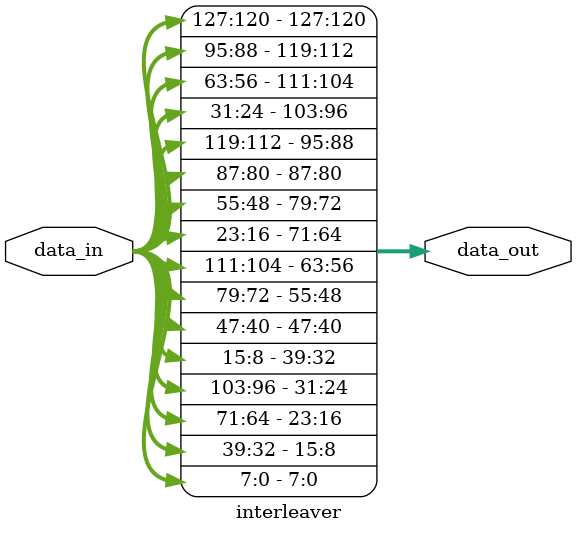
<source format=sv>
module interleaver #(parameter DW=8, ROWS=4, COLS=4) (
    input [ROWS*COLS*DW-1:0] data_in,
    output [ROWS*COLS*DW-1:0] data_out
);
    generate
        for(genvar r=0; r<ROWS; r=r+1) begin: row_gen  // 添加命名的generate块
            for(genvar c=0; c<COLS; c=c+1) begin: col_gen
                assign data_out[(c*ROWS + r)*DW +: DW] = 
                       data_in[(r*COLS + c)*DW +: DW];
            end
        end
    endgenerate
endmodule
</source>
